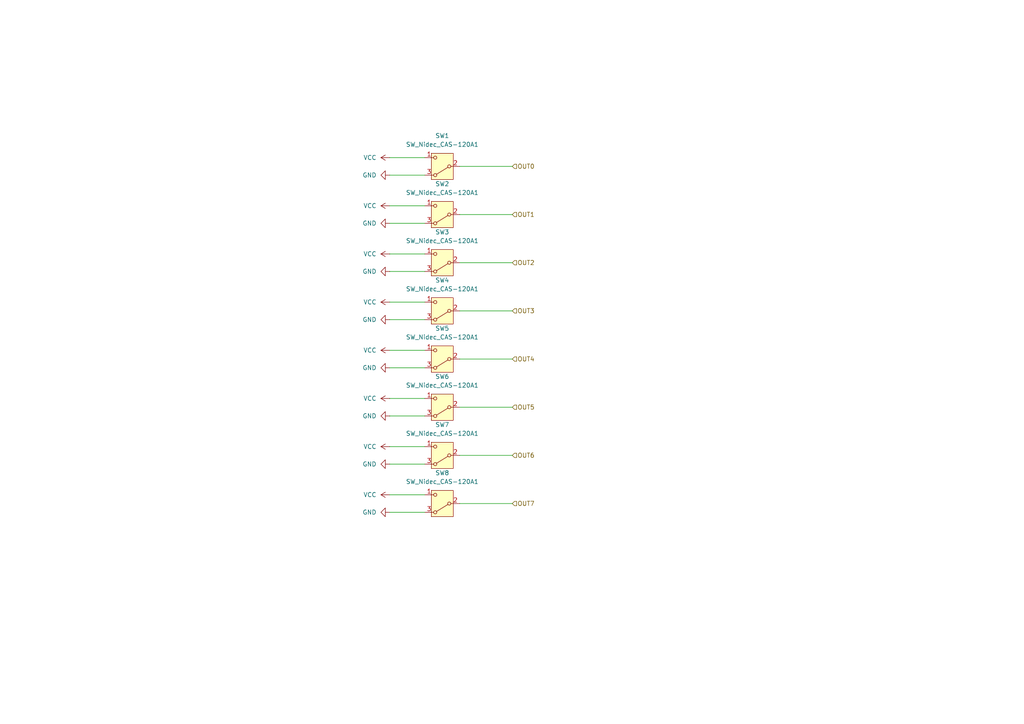
<source format=kicad_sch>
(kicad_sch (version 20231120) (generator "eeschema") (generator_version "8.0")
  (paper "A4")
  (lib_symbols
    (symbol "Switch:SW_Nidec_CAS-120A1" (pin_names (offset 1) hide)
      (property "Reference" "SW" (at 0 4.318 0))
      (property "Value" "SW_Nidec_CAS-120A1" (at 0 -5.08 0))
      (symbol "SW_Nidec_CAS-120A1_0_1"
        (circle (center -2.032 0) (radius 0.4572))
        (polyline (pts (xy -1.651 0.254) (xy 1.651 2.286)))
        (circle (center 2.032 -2.54) (radius 0.4572))
        (circle (center 2.032 2.54) (radius 0.4572))
      )
      (symbol "SW_Nidec_CAS-120A1_1_1"
        (rectangle (start -3.175 3.81) (end 3.175 -3.81) (fill (type background)))
        (pin passive line (at 5.08 -2.54 180) (length 2.54) (name "C") (number "1"))
        (pin passive line (at -5.08 0 0) (length 2.54) (name "B") (number "2"))
        (pin passive line (at 5.08 2.54 180) (length 2.54) (name "A") (number "3"))
      )
    )
    (symbol "power:GND" (power) (pin_numbers hide) (pin_names (offset 0) hide)
      (property "Value" "GND" (at 0 -3.81 0))
      (symbol "GND_0_1"
        (polyline (pts (xy 0 0) (xy 0 -1.27) (xy 1.27 -1.27) (xy 0 -2.54) (xy -1.27 -1.27) (xy 0 -1.27)))
      )
      (symbol "GND_1_1"
        (pin power_in line (at 0 0 270) (length 0) (name "~") (number "1"))
      )
    )
    (symbol "power:VCC" (power) (pin_numbers hide) (pin_names (offset 0) hide)
      (property "Value" "VCC" (at 0 3.556 0))
      (symbol "VCC_0_1"
        (polyline (pts (xy -0.762 1.27) (xy 0 2.54)))
        (polyline (pts (xy 0 0) (xy 0 2.54)))
        (polyline (pts (xy 0 2.54) (xy 0.762 1.27)))
      )
      (symbol "VCC_1_1"
        (pin power_in line (at 0 0 90) (length 0) (name "~") (number "1"))
      )
    )
  )
  (wire (pts (xy 113.03 64.77) (xy 123.19 64.77)))
  (wire (pts (xy 113.03 148.59) (xy 123.19 148.59)))
  (wire (pts (xy 133.35 62.23) (xy 148.59 62.23)))
  (wire (pts (xy 133.35 146.05) (xy 148.59 146.05)))
  (wire (pts (xy 113.03 143.51) (xy 123.19 143.51)))
  (wire (pts (xy 113.03 134.62) (xy 123.19 134.62)))
  (wire (pts (xy 113.03 73.66) (xy 123.19 73.66)))
  (wire (pts (xy 113.03 50.8) (xy 123.19 50.8)))
  (wire (pts (xy 113.03 45.72) (xy 123.19 45.72)))
  (wire (pts (xy 113.03 129.54) (xy 123.19 129.54)))
  (wire (pts (xy 113.03 87.63) (xy 123.19 87.63)))
  (wire (pts (xy 113.03 120.65) (xy 123.19 120.65)))
  (wire (pts (xy 133.35 48.26) (xy 148.59 48.26)))
  (wire (pts (xy 133.35 76.2) (xy 148.59 76.2)))
  (wire (pts (xy 113.03 59.69) (xy 123.19 59.69)))
  (wire (pts (xy 113.03 78.74) (xy 123.19 78.74)))
  (wire (pts (xy 113.03 106.68) (xy 123.19 106.68)))
  (wire (pts (xy 113.03 92.71) (xy 123.19 92.71)))
  (wire (pts (xy 133.35 118.11) (xy 148.59 118.11)))
  (wire (pts (xy 113.03 101.6) (xy 123.19 101.6)))
  (wire (pts (xy 133.35 90.17) (xy 148.59 90.17)))
  (wire (pts (xy 133.35 104.14) (xy 148.59 104.14)))
  (wire (pts (xy 133.35 132.08) (xy 148.59 132.08)))
  (wire (pts (xy 113.03 115.57) (xy 123.19 115.57)))
  (hierarchical_label "OUT3" (shape input) (at 148.59 90.17 0))
  (hierarchical_label "OUT7" (shape input) (at 148.59 146.05 0))
  (hierarchical_label "OUT1" (shape input) (at 148.59 62.23 0))
  (hierarchical_label "OUT4" (shape input) (at 148.59 104.14 0))
  (hierarchical_label "OUT0" (shape input) (at 148.59 48.26 0))
  (hierarchical_label "OUT6" (shape input) (at 148.59 132.08 0))
  (hierarchical_label "OUT5" (shape input) (at 148.59 118.11 0))
  (hierarchical_label "OUT2" (shape input) (at 148.59 76.2 0))
  (symbol (lib_id "power:GND") (at 113.03 148.59 270) (unit 1)
    (property "Reference" "#PWR016" (effects (hide yes)))
    (property "Value" "GND" (at 109.22 148.5899 90) (effects (justify right)))
    (property "Description" "Power symbol creates a global label with name \"GND\" , ground" (effects (hide yes)))
  )
  (symbol (lib_id "power:VCC") (at 113.03 143.51 90) (unit 1)
    (property "Reference" "#PWR015" (effects (hide yes)))
    (property "Value" "VCC" (at 109.22 143.5099 90) (effects (justify left)))
    (property "Description" "Power symbol creates a global label with name \"VCC\"" (effects (hide yes)))
  )
  (symbol (lib_id "Switch:SW_Nidec_CAS-120A1") (at 128.27 90.17 180) (unit 1)
    (property "Reference" "SW4" (at 128.27 81.28 0))
    (property "Value" "SW_Nidec_CAS-120A1" (at 128.27 83.82 0))
    (property "Footprint" "Connector_PinHeader_2.54mm:PinHeader_1x03_P2.54mm_Vertical" (effects (hide yes)))
    (property "Datasheet" "https://www.nidec-components.com/e/catalog/switch/cas.pdf" (effects (hide yes)))
    (property "Description" "Switch, single pole double throw" (effects (hide yes)))
  )
  (symbol (lib_id "power:GND") (at 113.03 78.74 270) (unit 1)
    (property "Reference" "#PWR06" (effects (hide yes)))
    (property "Value" "GND" (at 109.22 78.7399 90) (effects (justify right)))
    (property "Description" "Power symbol creates a global label with name \"GND\" , ground" (effects (hide yes)))
  )
  (symbol (lib_id "Switch:SW_Nidec_CAS-120A1") (at 128.27 48.26 180) (unit 1)
    (property "Reference" "SW1" (at 128.27 39.37 0))
    (property "Value" "SW_Nidec_CAS-120A1" (at 128.27 41.91 0))
    (property "Footprint" "Connector_PinHeader_2.54mm:PinHeader_1x03_P2.54mm_Vertical" (effects (hide yes)))
    (property "Datasheet" "https://www.nidec-components.com/e/catalog/switch/cas.pdf" (effects (hide yes)))
    (property "Description" "Switch, single pole double throw" (effects (hide yes)))
  )
  (symbol (lib_id "power:VCC") (at 113.03 45.72 90) (unit 1)
    (property "Reference" "#PWR01" (effects (hide yes)))
    (property "Value" "VCC" (at 109.22 45.7199 90) (effects (justify left)))
    (property "Description" "Power symbol creates a global label with name \"VCC\"" (effects (hide yes)))
  )
  (symbol (lib_id "power:VCC") (at 113.03 87.63 90) (unit 1)
    (property "Reference" "#PWR07" (effects (hide yes)))
    (property "Value" "VCC" (at 109.22 87.6299 90) (effects (justify left)))
    (property "Description" "Power symbol creates a global label with name \"VCC\"" (effects (hide yes)))
  )
  (symbol (lib_id "power:VCC") (at 113.03 129.54 90) (unit 1)
    (property "Reference" "#PWR013" (effects (hide yes)))
    (property "Value" "VCC" (at 109.22 129.5399 90) (effects (justify left)))
    (property "Description" "Power symbol creates a global label with name \"VCC\"" (effects (hide yes)))
  )
  (symbol (lib_id "power:GND") (at 113.03 50.8 270) (unit 1)
    (property "Reference" "#PWR02" (effects (hide yes)))
    (property "Value" "GND" (at 109.22 50.7999 90) (effects (justify right)))
    (property "Description" "Power symbol creates a global label with name \"GND\" , ground" (effects (hide yes)))
  )
  (symbol (lib_id "Switch:SW_Nidec_CAS-120A1") (at 128.27 76.2 180) (unit 1)
    (property "Reference" "SW3" (at 128.27 67.31 0))
    (property "Value" "SW_Nidec_CAS-120A1" (at 128.27 69.85 0))
    (property "Footprint" "Connector_PinHeader_2.54mm:PinHeader_1x03_P2.54mm_Vertical" (effects (hide yes)))
    (property "Datasheet" "https://www.nidec-components.com/e/catalog/switch/cas.pdf" (effects (hide yes)))
    (property "Description" "Switch, single pole double throw" (effects (hide yes)))
  )
  (symbol (lib_id "power:GND") (at 113.03 64.77 270) (unit 1)
    (property "Reference" "#PWR04" (effects (hide yes)))
    (property "Value" "GND" (at 109.22 64.7699 90) (effects (justify right)))
    (property "Description" "Power symbol creates a global label with name \"GND\" , ground" (effects (hide yes)))
  )
  (symbol (lib_id "Switch:SW_Nidec_CAS-120A1") (at 128.27 104.14 180) (unit 1)
    (property "Reference" "SW5" (at 128.27 95.25 0))
    (property "Value" "SW_Nidec_CAS-120A1" (at 128.27 97.79 0))
    (property "Footprint" "Connector_PinHeader_2.54mm:PinHeader_1x03_P2.54mm_Vertical" (effects (hide yes)))
    (property "Datasheet" "https://www.nidec-components.com/e/catalog/switch/cas.pdf" (effects (hide yes)))
    (property "Description" "Switch, single pole double throw" (effects (hide yes)))
  )
  (symbol (lib_id "power:GND") (at 113.03 120.65 270) (unit 1)
    (property "Reference" "#PWR012" (effects (hide yes)))
    (property "Value" "GND" (at 109.22 120.6499 90) (effects (justify right)))
    (property "Description" "Power symbol creates a global label with name \"GND\" , ground" (effects (hide yes)))
  )
  (symbol (lib_id "Switch:SW_Nidec_CAS-120A1") (at 128.27 146.05 180) (unit 1)
    (property "Reference" "SW8" (at 128.27 137.16 0))
    (property "Value" "SW_Nidec_CAS-120A1" (at 128.27 139.7 0))
    (property "Footprint" "Connector_PinHeader_2.54mm:PinHeader_1x03_P2.54mm_Vertical" (effects (hide yes)))
    (property "Datasheet" "https://www.nidec-components.com/e/catalog/switch/cas.pdf" (effects (hide yes)))
    (property "Description" "Switch, single pole double throw" (effects (hide yes)))
  )
  (symbol (lib_id "power:VCC") (at 113.03 73.66 90) (unit 1)
    (property "Reference" "#PWR05" (effects (hide yes)))
    (property "Value" "VCC" (at 109.22 73.6599 90) (effects (justify left)))
    (property "Description" "Power symbol creates a global label with name \"VCC\"" (effects (hide yes)))
  )
  (symbol (lib_id "power:GND") (at 113.03 92.71 270) (unit 1)
    (property "Reference" "#PWR08" (effects (hide yes)))
    (property "Value" "GND" (at 109.22 92.7099 90) (effects (justify right)))
    (property "Description" "Power symbol creates a global label with name \"GND\" , ground" (effects (hide yes)))
  )
  (symbol (lib_id "power:GND") (at 113.03 134.62 270) (unit 1)
    (property "Reference" "#PWR014" (effects (hide yes)))
    (property "Value" "GND" (at 109.22 134.6199 90) (effects (justify right)))
    (property "Description" "Power symbol creates a global label with name \"GND\" , ground" (effects (hide yes)))
  )
  (symbol (lib_id "Switch:SW_Nidec_CAS-120A1") (at 128.27 132.08 180) (unit 1)
    (property "Reference" "SW7" (at 128.27 123.19 0))
    (property "Value" "SW_Nidec_CAS-120A1" (at 128.27 125.73 0))
    (property "Footprint" "Connector_PinHeader_2.54mm:PinHeader_1x03_P2.54mm_Vertical" (effects (hide yes)))
    (property "Datasheet" "https://www.nidec-components.com/e/catalog/switch/cas.pdf" (effects (hide yes)))
    (property "Description" "Switch, single pole double throw" (effects (hide yes)))
  )
  (symbol (lib_id "power:VCC") (at 113.03 59.69 90) (unit 1)
    (property "Reference" "#PWR03" (effects (hide yes)))
    (property "Value" "VCC" (at 109.22 59.6899 90) (effects (justify left)))
    (property "Description" "Power symbol creates a global label with name \"VCC\"" (effects (hide yes)))
  )
  (symbol (lib_id "Switch:SW_Nidec_CAS-120A1") (at 128.27 62.23 180) (unit 1)
    (property "Reference" "SW2" (at 128.27 53.34 0))
    (property "Value" "SW_Nidec_CAS-120A1" (at 128.27 55.88 0))
    (property "Footprint" "Connector_PinHeader_2.54mm:PinHeader_1x03_P2.54mm_Vertical" (effects (hide yes)))
    (property "Datasheet" "https://www.nidec-components.com/e/catalog/switch/cas.pdf" (effects (hide yes)))
    (property "Description" "Switch, single pole double throw" (effects (hide yes)))
  )
  (symbol (lib_id "power:GND") (at 113.03 106.68 270) (unit 1)
    (property "Reference" "#PWR010" (effects (hide yes)))
    (property "Value" "GND" (at 109.22 106.6799 90) (effects (justify right)))
    (property "Description" "Power symbol creates a global label with name \"GND\" , ground" (effects (hide yes)))
  )
  (symbol (lib_id "power:VCC") (at 113.03 115.57 90) (unit 1)
    (property "Reference" "#PWR011" (effects (hide yes)))
    (property "Value" "VCC" (at 109.22 115.5699 90) (effects (justify left)))
    (property "Description" "Power symbol creates a global label with name \"VCC\"" (effects (hide yes)))
  )
  (symbol (lib_id "Switch:SW_Nidec_CAS-120A1") (at 128.27 118.11 180) (unit 1)
    (property "Reference" "SW6" (at 128.27 109.22 0))
    (property "Value" "SW_Nidec_CAS-120A1" (at 128.27 111.76 0))
    (property "Footprint" "Connector_PinHeader_2.54mm:PinHeader_1x03_P2.54mm_Vertical" (effects (hide yes)))
    (property "Datasheet" "https://www.nidec-components.com/e/catalog/switch/cas.pdf" (effects (hide yes)))
    (property "Description" "Switch, single pole double throw" (effects (hide yes)))
  )
  (symbol (lib_id "power:VCC") (at 113.03 101.6 90) (unit 1)
    (property "Reference" "#PWR09" (effects (hide yes)))
    (property "Value" "VCC" (at 109.22 101.5999 90) (effects (justify left)))
    (property "Description" "Power symbol creates a global label with name \"VCC\"" (effects (hide yes)))
  )
)
</source>
